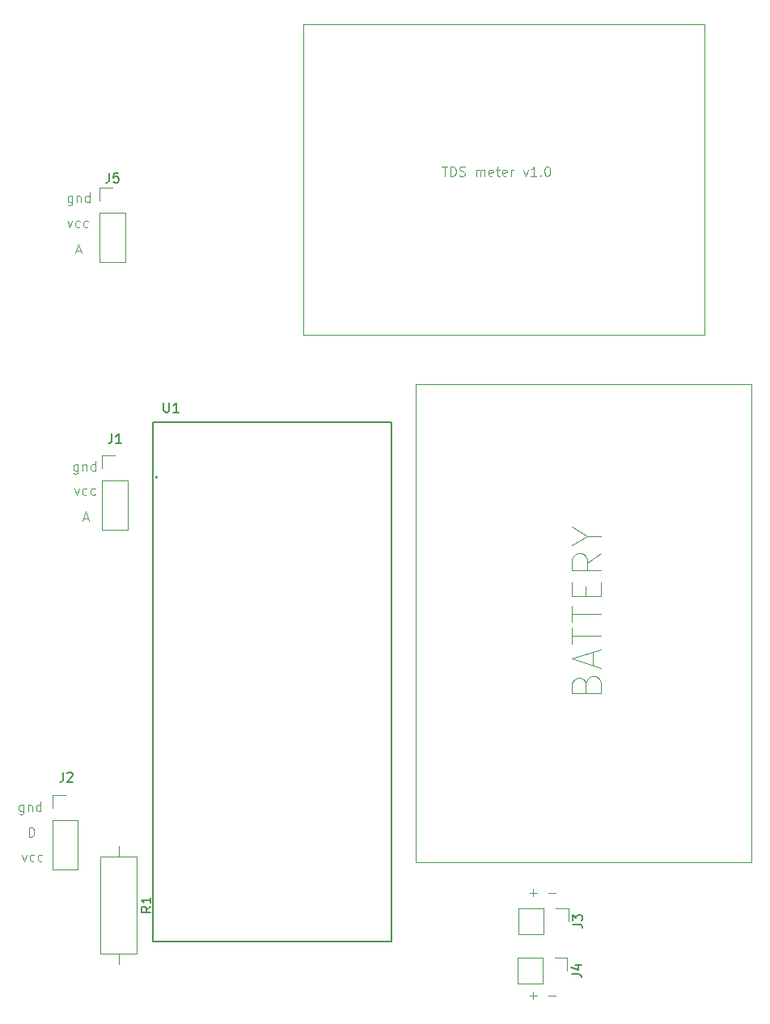
<source format=gbr>
%TF.GenerationSoftware,KiCad,Pcbnew,8.0.1*%
%TF.CreationDate,2024-04-10T08:00:09+05:30*%
%TF.ProjectId,AquaSense,41717561-5365-46e7-9365-2e6b69636164,V 1.0*%
%TF.SameCoordinates,Original*%
%TF.FileFunction,Legend,Top*%
%TF.FilePolarity,Positive*%
%FSLAX46Y46*%
G04 Gerber Fmt 4.6, Leading zero omitted, Abs format (unit mm)*
G04 Created by KiCad (PCBNEW 8.0.1) date 2024-04-10 08:00:09*
%MOMM*%
%LPD*%
G01*
G04 APERTURE LIST*
%ADD10C,0.100000*%
%ADD11C,0.150000*%
%ADD12C,0.120000*%
%ADD13C,0.127000*%
%ADD14C,0.200000*%
G04 APERTURE END LIST*
D10*
X64082000Y-72095000D02*
X64082000Y-39595000D01*
X106082000Y-39595000D02*
X106082000Y-72095000D01*
X75822000Y-77262000D02*
X110978000Y-77262000D01*
X110978000Y-127300000D01*
X75822000Y-127300000D01*
X75822000Y-77262000D01*
X64082000Y-39595000D02*
X106082000Y-39595000D01*
X106082000Y-72095000D02*
X64082000Y-72095000D01*
X40258265Y-63271704D02*
X40734455Y-63271704D01*
X40163027Y-63557419D02*
X40496360Y-62557419D01*
X40496360Y-62557419D02*
X40829693Y-63557419D01*
X93624228Y-108541925D02*
X93767085Y-108113353D01*
X93767085Y-108113353D02*
X93909942Y-107970496D01*
X93909942Y-107970496D02*
X94195657Y-107827639D01*
X94195657Y-107827639D02*
X94624228Y-107827639D01*
X94624228Y-107827639D02*
X94909942Y-107970496D01*
X94909942Y-107970496D02*
X95052800Y-108113353D01*
X95052800Y-108113353D02*
X95195657Y-108399068D01*
X95195657Y-108399068D02*
X95195657Y-109541925D01*
X95195657Y-109541925D02*
X92195657Y-109541925D01*
X92195657Y-109541925D02*
X92195657Y-108541925D01*
X92195657Y-108541925D02*
X92338514Y-108256211D01*
X92338514Y-108256211D02*
X92481371Y-108113353D01*
X92481371Y-108113353D02*
X92767085Y-107970496D01*
X92767085Y-107970496D02*
X93052800Y-107970496D01*
X93052800Y-107970496D02*
X93338514Y-108113353D01*
X93338514Y-108113353D02*
X93481371Y-108256211D01*
X93481371Y-108256211D02*
X93624228Y-108541925D01*
X93624228Y-108541925D02*
X93624228Y-109541925D01*
X94338514Y-106684782D02*
X94338514Y-105256211D01*
X95195657Y-106970496D02*
X92195657Y-105970496D01*
X92195657Y-105970496D02*
X95195657Y-104970496D01*
X92195657Y-104399067D02*
X92195657Y-102684782D01*
X95195657Y-103541924D02*
X92195657Y-103541924D01*
X92195657Y-102113353D02*
X92195657Y-100399068D01*
X95195657Y-101256210D02*
X92195657Y-101256210D01*
X93624228Y-99399068D02*
X93624228Y-98399068D01*
X95195657Y-97970496D02*
X95195657Y-99399068D01*
X95195657Y-99399068D02*
X92195657Y-99399068D01*
X92195657Y-99399068D02*
X92195657Y-97970496D01*
X95195657Y-94970496D02*
X93767085Y-95970496D01*
X95195657Y-96684782D02*
X92195657Y-96684782D01*
X92195657Y-96684782D02*
X92195657Y-95541925D01*
X92195657Y-95541925D02*
X92338514Y-95256210D01*
X92338514Y-95256210D02*
X92481371Y-95113353D01*
X92481371Y-95113353D02*
X92767085Y-94970496D01*
X92767085Y-94970496D02*
X93195657Y-94970496D01*
X93195657Y-94970496D02*
X93481371Y-95113353D01*
X93481371Y-95113353D02*
X93624228Y-95256210D01*
X93624228Y-95256210D02*
X93767085Y-95541925D01*
X93767085Y-95541925D02*
X93767085Y-96684782D01*
X93767085Y-93113353D02*
X95195657Y-93113353D01*
X92195657Y-94113353D02*
X93767085Y-93113353D01*
X93767085Y-93113353D02*
X92195657Y-92113353D01*
X35315884Y-124617419D02*
X35315884Y-123617419D01*
X35315884Y-123617419D02*
X35553979Y-123617419D01*
X35553979Y-123617419D02*
X35696836Y-123665038D01*
X35696836Y-123665038D02*
X35792074Y-123760276D01*
X35792074Y-123760276D02*
X35839693Y-123855514D01*
X35839693Y-123855514D02*
X35887312Y-124045990D01*
X35887312Y-124045990D02*
X35887312Y-124188847D01*
X35887312Y-124188847D02*
X35839693Y-124379323D01*
X35839693Y-124379323D02*
X35792074Y-124474561D01*
X35792074Y-124474561D02*
X35696836Y-124569800D01*
X35696836Y-124569800D02*
X35553979Y-124617419D01*
X35553979Y-124617419D02*
X35315884Y-124617419D01*
X39370646Y-60140752D02*
X39608741Y-60807419D01*
X39608741Y-60807419D02*
X39846836Y-60140752D01*
X40656360Y-60759800D02*
X40561122Y-60807419D01*
X40561122Y-60807419D02*
X40370646Y-60807419D01*
X40370646Y-60807419D02*
X40275408Y-60759800D01*
X40275408Y-60759800D02*
X40227789Y-60712180D01*
X40227789Y-60712180D02*
X40180170Y-60616942D01*
X40180170Y-60616942D02*
X40180170Y-60331228D01*
X40180170Y-60331228D02*
X40227789Y-60235990D01*
X40227789Y-60235990D02*
X40275408Y-60188371D01*
X40275408Y-60188371D02*
X40370646Y-60140752D01*
X40370646Y-60140752D02*
X40561122Y-60140752D01*
X40561122Y-60140752D02*
X40656360Y-60188371D01*
X41513503Y-60759800D02*
X41418265Y-60807419D01*
X41418265Y-60807419D02*
X41227789Y-60807419D01*
X41227789Y-60807419D02*
X41132551Y-60759800D01*
X41132551Y-60759800D02*
X41084932Y-60712180D01*
X41084932Y-60712180D02*
X41037313Y-60616942D01*
X41037313Y-60616942D02*
X41037313Y-60331228D01*
X41037313Y-60331228D02*
X41084932Y-60235990D01*
X41084932Y-60235990D02*
X41132551Y-60188371D01*
X41132551Y-60188371D02*
X41227789Y-60140752D01*
X41227789Y-60140752D02*
X41418265Y-60140752D01*
X41418265Y-60140752D02*
X41513503Y-60188371D01*
X34580646Y-126490752D02*
X34818741Y-127157419D01*
X34818741Y-127157419D02*
X35056836Y-126490752D01*
X35866360Y-127109800D02*
X35771122Y-127157419D01*
X35771122Y-127157419D02*
X35580646Y-127157419D01*
X35580646Y-127157419D02*
X35485408Y-127109800D01*
X35485408Y-127109800D02*
X35437789Y-127062180D01*
X35437789Y-127062180D02*
X35390170Y-126966942D01*
X35390170Y-126966942D02*
X35390170Y-126681228D01*
X35390170Y-126681228D02*
X35437789Y-126585990D01*
X35437789Y-126585990D02*
X35485408Y-126538371D01*
X35485408Y-126538371D02*
X35580646Y-126490752D01*
X35580646Y-126490752D02*
X35771122Y-126490752D01*
X35771122Y-126490752D02*
X35866360Y-126538371D01*
X36723503Y-127109800D02*
X36628265Y-127157419D01*
X36628265Y-127157419D02*
X36437789Y-127157419D01*
X36437789Y-127157419D02*
X36342551Y-127109800D01*
X36342551Y-127109800D02*
X36294932Y-127062180D01*
X36294932Y-127062180D02*
X36247313Y-126966942D01*
X36247313Y-126966942D02*
X36247313Y-126681228D01*
X36247313Y-126681228D02*
X36294932Y-126585990D01*
X36294932Y-126585990D02*
X36342551Y-126538371D01*
X36342551Y-126538371D02*
X36437789Y-126490752D01*
X36437789Y-126490752D02*
X36628265Y-126490752D01*
X36628265Y-126490752D02*
X36723503Y-126538371D01*
X87721884Y-141223466D02*
X88483789Y-141223466D01*
X88102836Y-141604419D02*
X88102836Y-140842514D01*
X89721884Y-141223466D02*
X90483789Y-141223466D01*
X87721884Y-130463466D02*
X88483789Y-130463466D01*
X88102836Y-130844419D02*
X88102836Y-130082514D01*
X89721884Y-130463466D02*
X90483789Y-130463466D01*
X41058265Y-91251704D02*
X41534455Y-91251704D01*
X40963027Y-91537419D02*
X41296360Y-90537419D01*
X41296360Y-90537419D02*
X41629693Y-91537419D01*
X40464455Y-85620752D02*
X40464455Y-86430276D01*
X40464455Y-86430276D02*
X40416836Y-86525514D01*
X40416836Y-86525514D02*
X40369217Y-86573133D01*
X40369217Y-86573133D02*
X40273979Y-86620752D01*
X40273979Y-86620752D02*
X40131122Y-86620752D01*
X40131122Y-86620752D02*
X40035884Y-86573133D01*
X40464455Y-86239800D02*
X40369217Y-86287419D01*
X40369217Y-86287419D02*
X40178741Y-86287419D01*
X40178741Y-86287419D02*
X40083503Y-86239800D01*
X40083503Y-86239800D02*
X40035884Y-86192180D01*
X40035884Y-86192180D02*
X39988265Y-86096942D01*
X39988265Y-86096942D02*
X39988265Y-85811228D01*
X39988265Y-85811228D02*
X40035884Y-85715990D01*
X40035884Y-85715990D02*
X40083503Y-85668371D01*
X40083503Y-85668371D02*
X40178741Y-85620752D01*
X40178741Y-85620752D02*
X40369217Y-85620752D01*
X40369217Y-85620752D02*
X40464455Y-85668371D01*
X40940646Y-85620752D02*
X40940646Y-86287419D01*
X40940646Y-85715990D02*
X40988265Y-85668371D01*
X40988265Y-85668371D02*
X41083503Y-85620752D01*
X41083503Y-85620752D02*
X41226360Y-85620752D01*
X41226360Y-85620752D02*
X41321598Y-85668371D01*
X41321598Y-85668371D02*
X41369217Y-85763609D01*
X41369217Y-85763609D02*
X41369217Y-86287419D01*
X42273979Y-86287419D02*
X42273979Y-85287419D01*
X42273979Y-86239800D02*
X42178741Y-86287419D01*
X42178741Y-86287419D02*
X41988265Y-86287419D01*
X41988265Y-86287419D02*
X41893027Y-86239800D01*
X41893027Y-86239800D02*
X41845408Y-86192180D01*
X41845408Y-86192180D02*
X41797789Y-86096942D01*
X41797789Y-86096942D02*
X41797789Y-85811228D01*
X41797789Y-85811228D02*
X41845408Y-85715990D01*
X41845408Y-85715990D02*
X41893027Y-85668371D01*
X41893027Y-85668371D02*
X41988265Y-85620752D01*
X41988265Y-85620752D02*
X42178741Y-85620752D01*
X42178741Y-85620752D02*
X42273979Y-85668371D01*
X78543027Y-54447419D02*
X79114455Y-54447419D01*
X78828741Y-55447419D02*
X78828741Y-54447419D01*
X79447789Y-55447419D02*
X79447789Y-54447419D01*
X79447789Y-54447419D02*
X79685884Y-54447419D01*
X79685884Y-54447419D02*
X79828741Y-54495038D01*
X79828741Y-54495038D02*
X79923979Y-54590276D01*
X79923979Y-54590276D02*
X79971598Y-54685514D01*
X79971598Y-54685514D02*
X80019217Y-54875990D01*
X80019217Y-54875990D02*
X80019217Y-55018847D01*
X80019217Y-55018847D02*
X79971598Y-55209323D01*
X79971598Y-55209323D02*
X79923979Y-55304561D01*
X79923979Y-55304561D02*
X79828741Y-55399800D01*
X79828741Y-55399800D02*
X79685884Y-55447419D01*
X79685884Y-55447419D02*
X79447789Y-55447419D01*
X80400170Y-55399800D02*
X80543027Y-55447419D01*
X80543027Y-55447419D02*
X80781122Y-55447419D01*
X80781122Y-55447419D02*
X80876360Y-55399800D01*
X80876360Y-55399800D02*
X80923979Y-55352180D01*
X80923979Y-55352180D02*
X80971598Y-55256942D01*
X80971598Y-55256942D02*
X80971598Y-55161704D01*
X80971598Y-55161704D02*
X80923979Y-55066466D01*
X80923979Y-55066466D02*
X80876360Y-55018847D01*
X80876360Y-55018847D02*
X80781122Y-54971228D01*
X80781122Y-54971228D02*
X80590646Y-54923609D01*
X80590646Y-54923609D02*
X80495408Y-54875990D01*
X80495408Y-54875990D02*
X80447789Y-54828371D01*
X80447789Y-54828371D02*
X80400170Y-54733133D01*
X80400170Y-54733133D02*
X80400170Y-54637895D01*
X80400170Y-54637895D02*
X80447789Y-54542657D01*
X80447789Y-54542657D02*
X80495408Y-54495038D01*
X80495408Y-54495038D02*
X80590646Y-54447419D01*
X80590646Y-54447419D02*
X80828741Y-54447419D01*
X80828741Y-54447419D02*
X80971598Y-54495038D01*
X82162075Y-55447419D02*
X82162075Y-54780752D01*
X82162075Y-54875990D02*
X82209694Y-54828371D01*
X82209694Y-54828371D02*
X82304932Y-54780752D01*
X82304932Y-54780752D02*
X82447789Y-54780752D01*
X82447789Y-54780752D02*
X82543027Y-54828371D01*
X82543027Y-54828371D02*
X82590646Y-54923609D01*
X82590646Y-54923609D02*
X82590646Y-55447419D01*
X82590646Y-54923609D02*
X82638265Y-54828371D01*
X82638265Y-54828371D02*
X82733503Y-54780752D01*
X82733503Y-54780752D02*
X82876360Y-54780752D01*
X82876360Y-54780752D02*
X82971599Y-54828371D01*
X82971599Y-54828371D02*
X83019218Y-54923609D01*
X83019218Y-54923609D02*
X83019218Y-55447419D01*
X83876360Y-55399800D02*
X83781122Y-55447419D01*
X83781122Y-55447419D02*
X83590646Y-55447419D01*
X83590646Y-55447419D02*
X83495408Y-55399800D01*
X83495408Y-55399800D02*
X83447789Y-55304561D01*
X83447789Y-55304561D02*
X83447789Y-54923609D01*
X83447789Y-54923609D02*
X83495408Y-54828371D01*
X83495408Y-54828371D02*
X83590646Y-54780752D01*
X83590646Y-54780752D02*
X83781122Y-54780752D01*
X83781122Y-54780752D02*
X83876360Y-54828371D01*
X83876360Y-54828371D02*
X83923979Y-54923609D01*
X83923979Y-54923609D02*
X83923979Y-55018847D01*
X83923979Y-55018847D02*
X83447789Y-55114085D01*
X84209694Y-54780752D02*
X84590646Y-54780752D01*
X84352551Y-54447419D02*
X84352551Y-55304561D01*
X84352551Y-55304561D02*
X84400170Y-55399800D01*
X84400170Y-55399800D02*
X84495408Y-55447419D01*
X84495408Y-55447419D02*
X84590646Y-55447419D01*
X85304932Y-55399800D02*
X85209694Y-55447419D01*
X85209694Y-55447419D02*
X85019218Y-55447419D01*
X85019218Y-55447419D02*
X84923980Y-55399800D01*
X84923980Y-55399800D02*
X84876361Y-55304561D01*
X84876361Y-55304561D02*
X84876361Y-54923609D01*
X84876361Y-54923609D02*
X84923980Y-54828371D01*
X84923980Y-54828371D02*
X85019218Y-54780752D01*
X85019218Y-54780752D02*
X85209694Y-54780752D01*
X85209694Y-54780752D02*
X85304932Y-54828371D01*
X85304932Y-54828371D02*
X85352551Y-54923609D01*
X85352551Y-54923609D02*
X85352551Y-55018847D01*
X85352551Y-55018847D02*
X84876361Y-55114085D01*
X85781123Y-55447419D02*
X85781123Y-54780752D01*
X85781123Y-54971228D02*
X85828742Y-54875990D01*
X85828742Y-54875990D02*
X85876361Y-54828371D01*
X85876361Y-54828371D02*
X85971599Y-54780752D01*
X85971599Y-54780752D02*
X86066837Y-54780752D01*
X87066838Y-54780752D02*
X87304933Y-55447419D01*
X87304933Y-55447419D02*
X87543028Y-54780752D01*
X88447790Y-55447419D02*
X87876362Y-55447419D01*
X88162076Y-55447419D02*
X88162076Y-54447419D01*
X88162076Y-54447419D02*
X88066838Y-54590276D01*
X88066838Y-54590276D02*
X87971600Y-54685514D01*
X87971600Y-54685514D02*
X87876362Y-54733133D01*
X88876362Y-55352180D02*
X88923981Y-55399800D01*
X88923981Y-55399800D02*
X88876362Y-55447419D01*
X88876362Y-55447419D02*
X88828743Y-55399800D01*
X88828743Y-55399800D02*
X88876362Y-55352180D01*
X88876362Y-55352180D02*
X88876362Y-55447419D01*
X89543028Y-54447419D02*
X89638266Y-54447419D01*
X89638266Y-54447419D02*
X89733504Y-54495038D01*
X89733504Y-54495038D02*
X89781123Y-54542657D01*
X89781123Y-54542657D02*
X89828742Y-54637895D01*
X89828742Y-54637895D02*
X89876361Y-54828371D01*
X89876361Y-54828371D02*
X89876361Y-55066466D01*
X89876361Y-55066466D02*
X89828742Y-55256942D01*
X89828742Y-55256942D02*
X89781123Y-55352180D01*
X89781123Y-55352180D02*
X89733504Y-55399800D01*
X89733504Y-55399800D02*
X89638266Y-55447419D01*
X89638266Y-55447419D02*
X89543028Y-55447419D01*
X89543028Y-55447419D02*
X89447790Y-55399800D01*
X89447790Y-55399800D02*
X89400171Y-55352180D01*
X89400171Y-55352180D02*
X89352552Y-55256942D01*
X89352552Y-55256942D02*
X89304933Y-55066466D01*
X89304933Y-55066466D02*
X89304933Y-54828371D01*
X89304933Y-54828371D02*
X89352552Y-54637895D01*
X89352552Y-54637895D02*
X89400171Y-54542657D01*
X89400171Y-54542657D02*
X89447790Y-54495038D01*
X89447790Y-54495038D02*
X89543028Y-54447419D01*
X34744455Y-121260752D02*
X34744455Y-122070276D01*
X34744455Y-122070276D02*
X34696836Y-122165514D01*
X34696836Y-122165514D02*
X34649217Y-122213133D01*
X34649217Y-122213133D02*
X34553979Y-122260752D01*
X34553979Y-122260752D02*
X34411122Y-122260752D01*
X34411122Y-122260752D02*
X34315884Y-122213133D01*
X34744455Y-121879800D02*
X34649217Y-121927419D01*
X34649217Y-121927419D02*
X34458741Y-121927419D01*
X34458741Y-121927419D02*
X34363503Y-121879800D01*
X34363503Y-121879800D02*
X34315884Y-121832180D01*
X34315884Y-121832180D02*
X34268265Y-121736942D01*
X34268265Y-121736942D02*
X34268265Y-121451228D01*
X34268265Y-121451228D02*
X34315884Y-121355990D01*
X34315884Y-121355990D02*
X34363503Y-121308371D01*
X34363503Y-121308371D02*
X34458741Y-121260752D01*
X34458741Y-121260752D02*
X34649217Y-121260752D01*
X34649217Y-121260752D02*
X34744455Y-121308371D01*
X35220646Y-121260752D02*
X35220646Y-121927419D01*
X35220646Y-121355990D02*
X35268265Y-121308371D01*
X35268265Y-121308371D02*
X35363503Y-121260752D01*
X35363503Y-121260752D02*
X35506360Y-121260752D01*
X35506360Y-121260752D02*
X35601598Y-121308371D01*
X35601598Y-121308371D02*
X35649217Y-121403609D01*
X35649217Y-121403609D02*
X35649217Y-121927419D01*
X36553979Y-121927419D02*
X36553979Y-120927419D01*
X36553979Y-121879800D02*
X36458741Y-121927419D01*
X36458741Y-121927419D02*
X36268265Y-121927419D01*
X36268265Y-121927419D02*
X36173027Y-121879800D01*
X36173027Y-121879800D02*
X36125408Y-121832180D01*
X36125408Y-121832180D02*
X36077789Y-121736942D01*
X36077789Y-121736942D02*
X36077789Y-121451228D01*
X36077789Y-121451228D02*
X36125408Y-121355990D01*
X36125408Y-121355990D02*
X36173027Y-121308371D01*
X36173027Y-121308371D02*
X36268265Y-121260752D01*
X36268265Y-121260752D02*
X36458741Y-121260752D01*
X36458741Y-121260752D02*
X36553979Y-121308371D01*
X40110646Y-88150752D02*
X40348741Y-88817419D01*
X40348741Y-88817419D02*
X40586836Y-88150752D01*
X41396360Y-88769800D02*
X41301122Y-88817419D01*
X41301122Y-88817419D02*
X41110646Y-88817419D01*
X41110646Y-88817419D02*
X41015408Y-88769800D01*
X41015408Y-88769800D02*
X40967789Y-88722180D01*
X40967789Y-88722180D02*
X40920170Y-88626942D01*
X40920170Y-88626942D02*
X40920170Y-88341228D01*
X40920170Y-88341228D02*
X40967789Y-88245990D01*
X40967789Y-88245990D02*
X41015408Y-88198371D01*
X41015408Y-88198371D02*
X41110646Y-88150752D01*
X41110646Y-88150752D02*
X41301122Y-88150752D01*
X41301122Y-88150752D02*
X41396360Y-88198371D01*
X42253503Y-88769800D02*
X42158265Y-88817419D01*
X42158265Y-88817419D02*
X41967789Y-88817419D01*
X41967789Y-88817419D02*
X41872551Y-88769800D01*
X41872551Y-88769800D02*
X41824932Y-88722180D01*
X41824932Y-88722180D02*
X41777313Y-88626942D01*
X41777313Y-88626942D02*
X41777313Y-88341228D01*
X41777313Y-88341228D02*
X41824932Y-88245990D01*
X41824932Y-88245990D02*
X41872551Y-88198371D01*
X41872551Y-88198371D02*
X41967789Y-88150752D01*
X41967789Y-88150752D02*
X42158265Y-88150752D01*
X42158265Y-88150752D02*
X42253503Y-88198371D01*
X39844455Y-57510752D02*
X39844455Y-58320276D01*
X39844455Y-58320276D02*
X39796836Y-58415514D01*
X39796836Y-58415514D02*
X39749217Y-58463133D01*
X39749217Y-58463133D02*
X39653979Y-58510752D01*
X39653979Y-58510752D02*
X39511122Y-58510752D01*
X39511122Y-58510752D02*
X39415884Y-58463133D01*
X39844455Y-58129800D02*
X39749217Y-58177419D01*
X39749217Y-58177419D02*
X39558741Y-58177419D01*
X39558741Y-58177419D02*
X39463503Y-58129800D01*
X39463503Y-58129800D02*
X39415884Y-58082180D01*
X39415884Y-58082180D02*
X39368265Y-57986942D01*
X39368265Y-57986942D02*
X39368265Y-57701228D01*
X39368265Y-57701228D02*
X39415884Y-57605990D01*
X39415884Y-57605990D02*
X39463503Y-57558371D01*
X39463503Y-57558371D02*
X39558741Y-57510752D01*
X39558741Y-57510752D02*
X39749217Y-57510752D01*
X39749217Y-57510752D02*
X39844455Y-57558371D01*
X40320646Y-57510752D02*
X40320646Y-58177419D01*
X40320646Y-57605990D02*
X40368265Y-57558371D01*
X40368265Y-57558371D02*
X40463503Y-57510752D01*
X40463503Y-57510752D02*
X40606360Y-57510752D01*
X40606360Y-57510752D02*
X40701598Y-57558371D01*
X40701598Y-57558371D02*
X40749217Y-57653609D01*
X40749217Y-57653609D02*
X40749217Y-58177419D01*
X41653979Y-58177419D02*
X41653979Y-57177419D01*
X41653979Y-58129800D02*
X41558741Y-58177419D01*
X41558741Y-58177419D02*
X41368265Y-58177419D01*
X41368265Y-58177419D02*
X41273027Y-58129800D01*
X41273027Y-58129800D02*
X41225408Y-58082180D01*
X41225408Y-58082180D02*
X41177789Y-57986942D01*
X41177789Y-57986942D02*
X41177789Y-57701228D01*
X41177789Y-57701228D02*
X41225408Y-57605990D01*
X41225408Y-57605990D02*
X41273027Y-57558371D01*
X41273027Y-57558371D02*
X41368265Y-57510752D01*
X41368265Y-57510752D02*
X41558741Y-57510752D01*
X41558741Y-57510752D02*
X41653979Y-57558371D01*
D11*
X43738666Y-55129819D02*
X43738666Y-55844104D01*
X43738666Y-55844104D02*
X43691047Y-55986961D01*
X43691047Y-55986961D02*
X43595809Y-56082200D01*
X43595809Y-56082200D02*
X43452952Y-56129819D01*
X43452952Y-56129819D02*
X43357714Y-56129819D01*
X44691047Y-55129819D02*
X44214857Y-55129819D01*
X44214857Y-55129819D02*
X44167238Y-55606009D01*
X44167238Y-55606009D02*
X44214857Y-55558390D01*
X44214857Y-55558390D02*
X44310095Y-55510771D01*
X44310095Y-55510771D02*
X44548190Y-55510771D01*
X44548190Y-55510771D02*
X44643428Y-55558390D01*
X44643428Y-55558390D02*
X44691047Y-55606009D01*
X44691047Y-55606009D02*
X44738666Y-55701247D01*
X44738666Y-55701247D02*
X44738666Y-55939342D01*
X44738666Y-55939342D02*
X44691047Y-56034580D01*
X44691047Y-56034580D02*
X44643428Y-56082200D01*
X44643428Y-56082200D02*
X44548190Y-56129819D01*
X44548190Y-56129819D02*
X44310095Y-56129819D01*
X44310095Y-56129819D02*
X44214857Y-56082200D01*
X44214857Y-56082200D02*
X44167238Y-56034580D01*
X38912666Y-117864819D02*
X38912666Y-118579104D01*
X38912666Y-118579104D02*
X38865047Y-118721961D01*
X38865047Y-118721961D02*
X38769809Y-118817200D01*
X38769809Y-118817200D02*
X38626952Y-118864819D01*
X38626952Y-118864819D02*
X38531714Y-118864819D01*
X39341238Y-117960057D02*
X39388857Y-117912438D01*
X39388857Y-117912438D02*
X39484095Y-117864819D01*
X39484095Y-117864819D02*
X39722190Y-117864819D01*
X39722190Y-117864819D02*
X39817428Y-117912438D01*
X39817428Y-117912438D02*
X39865047Y-117960057D01*
X39865047Y-117960057D02*
X39912666Y-118055295D01*
X39912666Y-118055295D02*
X39912666Y-118150533D01*
X39912666Y-118150533D02*
X39865047Y-118293390D01*
X39865047Y-118293390D02*
X39293619Y-118864819D01*
X39293619Y-118864819D02*
X39912666Y-118864819D01*
X49439801Y-79159612D02*
X49439801Y-79969448D01*
X49439801Y-79969448D02*
X49487438Y-80064723D01*
X49487438Y-80064723D02*
X49535076Y-80112361D01*
X49535076Y-80112361D02*
X49630350Y-80159998D01*
X49630350Y-80159998D02*
X49820900Y-80159998D01*
X49820900Y-80159998D02*
X49916175Y-80112361D01*
X49916175Y-80112361D02*
X49963812Y-80064723D01*
X49963812Y-80064723D02*
X50011450Y-79969448D01*
X50011450Y-79969448D02*
X50011450Y-79159612D01*
X51011835Y-80159998D02*
X50440186Y-80159998D01*
X50726011Y-80159998D02*
X50726011Y-79159612D01*
X50726011Y-79159612D02*
X50630736Y-79302524D01*
X50630736Y-79302524D02*
X50535461Y-79397799D01*
X50535461Y-79397799D02*
X50440186Y-79445437D01*
X92142819Y-138955333D02*
X92857104Y-138955333D01*
X92857104Y-138955333D02*
X92999961Y-139002952D01*
X92999961Y-139002952D02*
X93095200Y-139098190D01*
X93095200Y-139098190D02*
X93142819Y-139241047D01*
X93142819Y-139241047D02*
X93142819Y-139336285D01*
X92476152Y-138050571D02*
X93142819Y-138050571D01*
X92095200Y-138288666D02*
X92809485Y-138526761D01*
X92809485Y-138526761D02*
X92809485Y-137907714D01*
X92232819Y-133775333D02*
X92947104Y-133775333D01*
X92947104Y-133775333D02*
X93089961Y-133822952D01*
X93089961Y-133822952D02*
X93185200Y-133918190D01*
X93185200Y-133918190D02*
X93232819Y-134061047D01*
X93232819Y-134061047D02*
X93232819Y-134156285D01*
X92232819Y-133394380D02*
X92232819Y-132775333D01*
X92232819Y-132775333D02*
X92613771Y-133108666D01*
X92613771Y-133108666D02*
X92613771Y-132965809D01*
X92613771Y-132965809D02*
X92661390Y-132870571D01*
X92661390Y-132870571D02*
X92709009Y-132822952D01*
X92709009Y-132822952D02*
X92804247Y-132775333D01*
X92804247Y-132775333D02*
X93042342Y-132775333D01*
X93042342Y-132775333D02*
X93137580Y-132822952D01*
X93137580Y-132822952D02*
X93185200Y-132870571D01*
X93185200Y-132870571D02*
X93232819Y-132965809D01*
X93232819Y-132965809D02*
X93232819Y-133251523D01*
X93232819Y-133251523D02*
X93185200Y-133346761D01*
X93185200Y-133346761D02*
X93137580Y-133394380D01*
X48081819Y-131911666D02*
X47605628Y-132244999D01*
X48081819Y-132483094D02*
X47081819Y-132483094D01*
X47081819Y-132483094D02*
X47081819Y-132102142D01*
X47081819Y-132102142D02*
X47129438Y-132006904D01*
X47129438Y-132006904D02*
X47177057Y-131959285D01*
X47177057Y-131959285D02*
X47272295Y-131911666D01*
X47272295Y-131911666D02*
X47415152Y-131911666D01*
X47415152Y-131911666D02*
X47510390Y-131959285D01*
X47510390Y-131959285D02*
X47558009Y-132006904D01*
X47558009Y-132006904D02*
X47605628Y-132102142D01*
X47605628Y-132102142D02*
X47605628Y-132483094D01*
X48081819Y-130959285D02*
X48081819Y-131530713D01*
X48081819Y-131244999D02*
X47081819Y-131244999D01*
X47081819Y-131244999D02*
X47224676Y-131340237D01*
X47224676Y-131340237D02*
X47319914Y-131435475D01*
X47319914Y-131435475D02*
X47367533Y-131530713D01*
X43992666Y-82431819D02*
X43992666Y-83146104D01*
X43992666Y-83146104D02*
X43945047Y-83288961D01*
X43945047Y-83288961D02*
X43849809Y-83384200D01*
X43849809Y-83384200D02*
X43706952Y-83431819D01*
X43706952Y-83431819D02*
X43611714Y-83431819D01*
X44992666Y-83431819D02*
X44421238Y-83431819D01*
X44706952Y-83431819D02*
X44706952Y-82431819D01*
X44706952Y-82431819D02*
X44611714Y-82574676D01*
X44611714Y-82574676D02*
X44516476Y-82669914D01*
X44516476Y-82669914D02*
X44421238Y-82717533D01*
D12*
%TO.C,J5*%
X42742000Y-56675000D02*
X44072000Y-56675000D01*
X42742000Y-58005000D02*
X42742000Y-56675000D01*
X42742000Y-59275000D02*
X42742000Y-64415000D01*
X42742000Y-59275000D02*
X45402000Y-59275000D01*
X42742000Y-64415000D02*
X45402000Y-64415000D01*
X45402000Y-59275000D02*
X45402000Y-64415000D01*
%TO.C,J2*%
X37789000Y-120255000D02*
X39119000Y-120255000D01*
X37789000Y-121585000D02*
X37789000Y-120255000D01*
X37789000Y-122855000D02*
X37789000Y-127995000D01*
X37789000Y-122855000D02*
X40449000Y-122855000D01*
X37789000Y-127995000D02*
X40449000Y-127995000D01*
X40449000Y-122855000D02*
X40449000Y-127995000D01*
D13*
%TO.C,U1*%
X48262000Y-81175000D02*
X73262000Y-81175000D01*
X48262000Y-135575000D02*
X48262000Y-81175000D01*
X73262000Y-81175000D02*
X73262000Y-135575000D01*
X73262000Y-135575000D02*
X48262000Y-135575000D01*
D14*
X48802000Y-86975000D02*
G75*
G02*
X48602000Y-86975000I-100000J0D01*
G01*
X48602000Y-86975000D02*
G75*
G02*
X48802000Y-86975000I100000J0D01*
G01*
D12*
%TO.C,J4*%
X86488000Y-137292000D02*
X86488000Y-139952000D01*
X89088000Y-137292000D02*
X86488000Y-137292000D01*
X89088000Y-137292000D02*
X89088000Y-139952000D01*
X89088000Y-139952000D02*
X86488000Y-139952000D01*
X90358000Y-137292000D02*
X91688000Y-137292000D01*
X91688000Y-137292000D02*
X91688000Y-138622000D01*
%TO.C,J3*%
X86578000Y-132112000D02*
X86578000Y-134772000D01*
X89178000Y-132112000D02*
X86578000Y-132112000D01*
X89178000Y-132112000D02*
X89178000Y-134772000D01*
X89178000Y-134772000D02*
X86578000Y-134772000D01*
X90448000Y-132112000D02*
X91778000Y-132112000D01*
X91778000Y-132112000D02*
X91778000Y-133442000D01*
%TO.C,R1*%
X42787000Y-126675000D02*
X42787000Y-136815000D01*
X42787000Y-136815000D02*
X46627000Y-136815000D01*
X44707000Y-125565000D02*
X44707000Y-126675000D01*
X44707000Y-137925000D02*
X44707000Y-136815000D01*
X46627000Y-126675000D02*
X42787000Y-126675000D01*
X46627000Y-136815000D02*
X46627000Y-126675000D01*
%TO.C,J1*%
X42996000Y-84695000D02*
X44326000Y-84695000D01*
X42996000Y-86025000D02*
X42996000Y-84695000D01*
X42996000Y-87295000D02*
X42996000Y-92435000D01*
X42996000Y-87295000D02*
X45656000Y-87295000D01*
X42996000Y-92435000D02*
X45656000Y-92435000D01*
X45656000Y-87295000D02*
X45656000Y-92435000D01*
%TD*%
M02*

</source>
